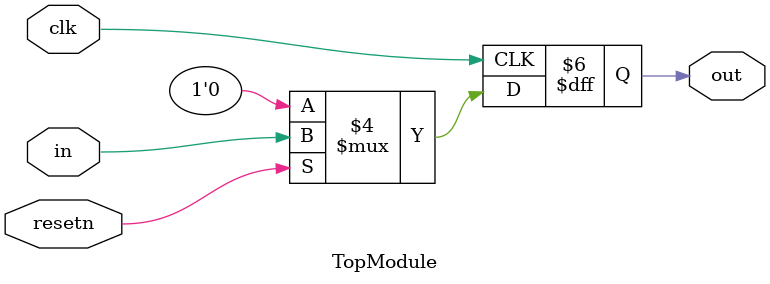
<source format=sv>

module TopModule (
  input clk,
  input resetn,
  input in,
  output out
);
always @(posedge clk) begin
    if (!resetn) begin
        out <= 1'b0;
    end else begin
        out <= in;
    end
end
endmodule

</source>
